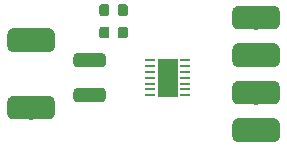
<source format=gtp>
G04 #@! TF.GenerationSoftware,KiCad,Pcbnew,(5.0.1-3-g963ef8bb5)*
G04 #@! TF.CreationDate,2018-11-10T18:30:21+10:30*
G04 #@! TF.ProjectId,rgb-led-board,7267622D6C65642D626F6172642E6B69,1.0*
G04 #@! TF.SameCoordinates,Original*
G04 #@! TF.FileFunction,Paste,Top*
G04 #@! TF.FilePolarity,Positive*
%FSLAX46Y46*%
G04 Gerber Fmt 4.6, Leading zero omitted, Abs format (unit mm)*
G04 Created by KiCad (PCBNEW (5.0.1-3-g963ef8bb5)) date Saturday, 10 November 2018 at 06:30:21 pm*
%MOMM*%
%LPD*%
G01*
G04 APERTURE LIST*
%ADD10C,0.100000*%
%ADD11C,1.160000*%
%ADD12C,0.850000*%
%ADD13R,0.810000X0.270000*%
%ADD14R,1.700000X3.300000*%
%ADD15C,2.000000*%
G04 APERTURE END LIST*
D10*
G04 #@! TO.C,C1*
G36*
X131146425Y-66301396D02*
X131174576Y-66305572D01*
X131202183Y-66312487D01*
X131228978Y-66322075D01*
X131254705Y-66334243D01*
X131279115Y-66348874D01*
X131301974Y-66365827D01*
X131323061Y-66384939D01*
X131342173Y-66406026D01*
X131359126Y-66428885D01*
X131373757Y-66453295D01*
X131385925Y-66479022D01*
X131395513Y-66505817D01*
X131402428Y-66533424D01*
X131406604Y-66561575D01*
X131408000Y-66590000D01*
X131408000Y-67170000D01*
X131406604Y-67198425D01*
X131402428Y-67226576D01*
X131395513Y-67254183D01*
X131385925Y-67280978D01*
X131373757Y-67306705D01*
X131359126Y-67331115D01*
X131342173Y-67353974D01*
X131323061Y-67375061D01*
X131301974Y-67394173D01*
X131279115Y-67411126D01*
X131254705Y-67425757D01*
X131228978Y-67437925D01*
X131202183Y-67447513D01*
X131174576Y-67454428D01*
X131146425Y-67458604D01*
X131118000Y-67460000D01*
X128978000Y-67460000D01*
X128949575Y-67458604D01*
X128921424Y-67454428D01*
X128893817Y-67447513D01*
X128867022Y-67437925D01*
X128841295Y-67425757D01*
X128816885Y-67411126D01*
X128794026Y-67394173D01*
X128772939Y-67375061D01*
X128753827Y-67353974D01*
X128736874Y-67331115D01*
X128722243Y-67306705D01*
X128710075Y-67280978D01*
X128700487Y-67254183D01*
X128693572Y-67226576D01*
X128689396Y-67198425D01*
X128688000Y-67170000D01*
X128688000Y-66590000D01*
X128689396Y-66561575D01*
X128693572Y-66533424D01*
X128700487Y-66505817D01*
X128710075Y-66479022D01*
X128722243Y-66453295D01*
X128736874Y-66428885D01*
X128753827Y-66406026D01*
X128772939Y-66384939D01*
X128794026Y-66365827D01*
X128816885Y-66348874D01*
X128841295Y-66334243D01*
X128867022Y-66322075D01*
X128893817Y-66312487D01*
X128921424Y-66305572D01*
X128949575Y-66301396D01*
X128978000Y-66300000D01*
X131118000Y-66300000D01*
X131146425Y-66301396D01*
X131146425Y-66301396D01*
G37*
D11*
X130048000Y-66880000D03*
D10*
G36*
X131146425Y-63351396D02*
X131174576Y-63355572D01*
X131202183Y-63362487D01*
X131228978Y-63372075D01*
X131254705Y-63384243D01*
X131279115Y-63398874D01*
X131301974Y-63415827D01*
X131323061Y-63434939D01*
X131342173Y-63456026D01*
X131359126Y-63478885D01*
X131373757Y-63503295D01*
X131385925Y-63529022D01*
X131395513Y-63555817D01*
X131402428Y-63583424D01*
X131406604Y-63611575D01*
X131408000Y-63640000D01*
X131408000Y-64220000D01*
X131406604Y-64248425D01*
X131402428Y-64276576D01*
X131395513Y-64304183D01*
X131385925Y-64330978D01*
X131373757Y-64356705D01*
X131359126Y-64381115D01*
X131342173Y-64403974D01*
X131323061Y-64425061D01*
X131301974Y-64444173D01*
X131279115Y-64461126D01*
X131254705Y-64475757D01*
X131228978Y-64487925D01*
X131202183Y-64497513D01*
X131174576Y-64504428D01*
X131146425Y-64508604D01*
X131118000Y-64510000D01*
X128978000Y-64510000D01*
X128949575Y-64508604D01*
X128921424Y-64504428D01*
X128893817Y-64497513D01*
X128867022Y-64487925D01*
X128841295Y-64475757D01*
X128816885Y-64461126D01*
X128794026Y-64444173D01*
X128772939Y-64425061D01*
X128753827Y-64403974D01*
X128736874Y-64381115D01*
X128722243Y-64356705D01*
X128710075Y-64330978D01*
X128700487Y-64304183D01*
X128693572Y-64276576D01*
X128689396Y-64248425D01*
X128688000Y-64220000D01*
X128688000Y-63640000D01*
X128689396Y-63611575D01*
X128693572Y-63583424D01*
X128700487Y-63555817D01*
X128710075Y-63529022D01*
X128722243Y-63503295D01*
X128736874Y-63478885D01*
X128753827Y-63456026D01*
X128772939Y-63434939D01*
X128794026Y-63415827D01*
X128816885Y-63398874D01*
X128841295Y-63384243D01*
X128867022Y-63372075D01*
X128893817Y-63362487D01*
X128921424Y-63355572D01*
X128949575Y-63351396D01*
X128978000Y-63350000D01*
X131118000Y-63350000D01*
X131146425Y-63351396D01*
X131146425Y-63351396D01*
G37*
D11*
X130048000Y-63930000D03*
G04 #@! TD*
D10*
G04 #@! TO.C,R1*
G36*
X131538329Y-59201023D02*
X131558957Y-59204083D01*
X131579185Y-59209150D01*
X131598820Y-59216176D01*
X131617672Y-59225092D01*
X131635559Y-59235813D01*
X131652309Y-59248235D01*
X131667760Y-59262240D01*
X131681765Y-59277691D01*
X131694187Y-59294441D01*
X131704908Y-59312328D01*
X131713824Y-59331180D01*
X131720850Y-59350815D01*
X131725917Y-59371043D01*
X131728977Y-59391671D01*
X131730000Y-59412500D01*
X131730000Y-59967500D01*
X131728977Y-59988329D01*
X131725917Y-60008957D01*
X131720850Y-60029185D01*
X131713824Y-60048820D01*
X131704908Y-60067672D01*
X131694187Y-60085559D01*
X131681765Y-60102309D01*
X131667760Y-60117760D01*
X131652309Y-60131765D01*
X131635559Y-60144187D01*
X131617672Y-60154908D01*
X131598820Y-60163824D01*
X131579185Y-60170850D01*
X131558957Y-60175917D01*
X131538329Y-60178977D01*
X131517500Y-60180000D01*
X131092500Y-60180000D01*
X131071671Y-60178977D01*
X131051043Y-60175917D01*
X131030815Y-60170850D01*
X131011180Y-60163824D01*
X130992328Y-60154908D01*
X130974441Y-60144187D01*
X130957691Y-60131765D01*
X130942240Y-60117760D01*
X130928235Y-60102309D01*
X130915813Y-60085559D01*
X130905092Y-60067672D01*
X130896176Y-60048820D01*
X130889150Y-60029185D01*
X130884083Y-60008957D01*
X130881023Y-59988329D01*
X130880000Y-59967500D01*
X130880000Y-59412500D01*
X130881023Y-59391671D01*
X130884083Y-59371043D01*
X130889150Y-59350815D01*
X130896176Y-59331180D01*
X130905092Y-59312328D01*
X130915813Y-59294441D01*
X130928235Y-59277691D01*
X130942240Y-59262240D01*
X130957691Y-59248235D01*
X130974441Y-59235813D01*
X130992328Y-59225092D01*
X131011180Y-59216176D01*
X131030815Y-59209150D01*
X131051043Y-59204083D01*
X131071671Y-59201023D01*
X131092500Y-59200000D01*
X131517500Y-59200000D01*
X131538329Y-59201023D01*
X131538329Y-59201023D01*
G37*
D12*
X131305000Y-59690000D03*
D10*
G36*
X133088329Y-59201023D02*
X133108957Y-59204083D01*
X133129185Y-59209150D01*
X133148820Y-59216176D01*
X133167672Y-59225092D01*
X133185559Y-59235813D01*
X133202309Y-59248235D01*
X133217760Y-59262240D01*
X133231765Y-59277691D01*
X133244187Y-59294441D01*
X133254908Y-59312328D01*
X133263824Y-59331180D01*
X133270850Y-59350815D01*
X133275917Y-59371043D01*
X133278977Y-59391671D01*
X133280000Y-59412500D01*
X133280000Y-59967500D01*
X133278977Y-59988329D01*
X133275917Y-60008957D01*
X133270850Y-60029185D01*
X133263824Y-60048820D01*
X133254908Y-60067672D01*
X133244187Y-60085559D01*
X133231765Y-60102309D01*
X133217760Y-60117760D01*
X133202309Y-60131765D01*
X133185559Y-60144187D01*
X133167672Y-60154908D01*
X133148820Y-60163824D01*
X133129185Y-60170850D01*
X133108957Y-60175917D01*
X133088329Y-60178977D01*
X133067500Y-60180000D01*
X132642500Y-60180000D01*
X132621671Y-60178977D01*
X132601043Y-60175917D01*
X132580815Y-60170850D01*
X132561180Y-60163824D01*
X132542328Y-60154908D01*
X132524441Y-60144187D01*
X132507691Y-60131765D01*
X132492240Y-60117760D01*
X132478235Y-60102309D01*
X132465813Y-60085559D01*
X132455092Y-60067672D01*
X132446176Y-60048820D01*
X132439150Y-60029185D01*
X132434083Y-60008957D01*
X132431023Y-59988329D01*
X132430000Y-59967500D01*
X132430000Y-59412500D01*
X132431023Y-59391671D01*
X132434083Y-59371043D01*
X132439150Y-59350815D01*
X132446176Y-59331180D01*
X132455092Y-59312328D01*
X132465813Y-59294441D01*
X132478235Y-59277691D01*
X132492240Y-59262240D01*
X132507691Y-59248235D01*
X132524441Y-59235813D01*
X132542328Y-59225092D01*
X132561180Y-59216176D01*
X132580815Y-59209150D01*
X132601043Y-59204083D01*
X132621671Y-59201023D01*
X132642500Y-59200000D01*
X133067500Y-59200000D01*
X133088329Y-59201023D01*
X133088329Y-59201023D01*
G37*
D12*
X132855000Y-59690000D03*
G04 #@! TD*
D10*
G04 #@! TO.C,R2*
G36*
X133088329Y-61106023D02*
X133108957Y-61109083D01*
X133129185Y-61114150D01*
X133148820Y-61121176D01*
X133167672Y-61130092D01*
X133185559Y-61140813D01*
X133202309Y-61153235D01*
X133217760Y-61167240D01*
X133231765Y-61182691D01*
X133244187Y-61199441D01*
X133254908Y-61217328D01*
X133263824Y-61236180D01*
X133270850Y-61255815D01*
X133275917Y-61276043D01*
X133278977Y-61296671D01*
X133280000Y-61317500D01*
X133280000Y-61872500D01*
X133278977Y-61893329D01*
X133275917Y-61913957D01*
X133270850Y-61934185D01*
X133263824Y-61953820D01*
X133254908Y-61972672D01*
X133244187Y-61990559D01*
X133231765Y-62007309D01*
X133217760Y-62022760D01*
X133202309Y-62036765D01*
X133185559Y-62049187D01*
X133167672Y-62059908D01*
X133148820Y-62068824D01*
X133129185Y-62075850D01*
X133108957Y-62080917D01*
X133088329Y-62083977D01*
X133067500Y-62085000D01*
X132642500Y-62085000D01*
X132621671Y-62083977D01*
X132601043Y-62080917D01*
X132580815Y-62075850D01*
X132561180Y-62068824D01*
X132542328Y-62059908D01*
X132524441Y-62049187D01*
X132507691Y-62036765D01*
X132492240Y-62022760D01*
X132478235Y-62007309D01*
X132465813Y-61990559D01*
X132455092Y-61972672D01*
X132446176Y-61953820D01*
X132439150Y-61934185D01*
X132434083Y-61913957D01*
X132431023Y-61893329D01*
X132430000Y-61872500D01*
X132430000Y-61317500D01*
X132431023Y-61296671D01*
X132434083Y-61276043D01*
X132439150Y-61255815D01*
X132446176Y-61236180D01*
X132455092Y-61217328D01*
X132465813Y-61199441D01*
X132478235Y-61182691D01*
X132492240Y-61167240D01*
X132507691Y-61153235D01*
X132524441Y-61140813D01*
X132542328Y-61130092D01*
X132561180Y-61121176D01*
X132580815Y-61114150D01*
X132601043Y-61109083D01*
X132621671Y-61106023D01*
X132642500Y-61105000D01*
X133067500Y-61105000D01*
X133088329Y-61106023D01*
X133088329Y-61106023D01*
G37*
D12*
X132855000Y-61595000D03*
D10*
G36*
X131538329Y-61106023D02*
X131558957Y-61109083D01*
X131579185Y-61114150D01*
X131598820Y-61121176D01*
X131617672Y-61130092D01*
X131635559Y-61140813D01*
X131652309Y-61153235D01*
X131667760Y-61167240D01*
X131681765Y-61182691D01*
X131694187Y-61199441D01*
X131704908Y-61217328D01*
X131713824Y-61236180D01*
X131720850Y-61255815D01*
X131725917Y-61276043D01*
X131728977Y-61296671D01*
X131730000Y-61317500D01*
X131730000Y-61872500D01*
X131728977Y-61893329D01*
X131725917Y-61913957D01*
X131720850Y-61934185D01*
X131713824Y-61953820D01*
X131704908Y-61972672D01*
X131694187Y-61990559D01*
X131681765Y-62007309D01*
X131667760Y-62022760D01*
X131652309Y-62036765D01*
X131635559Y-62049187D01*
X131617672Y-62059908D01*
X131598820Y-62068824D01*
X131579185Y-62075850D01*
X131558957Y-62080917D01*
X131538329Y-62083977D01*
X131517500Y-62085000D01*
X131092500Y-62085000D01*
X131071671Y-62083977D01*
X131051043Y-62080917D01*
X131030815Y-62075850D01*
X131011180Y-62068824D01*
X130992328Y-62059908D01*
X130974441Y-62049187D01*
X130957691Y-62036765D01*
X130942240Y-62022760D01*
X130928235Y-62007309D01*
X130915813Y-61990559D01*
X130905092Y-61972672D01*
X130896176Y-61953820D01*
X130889150Y-61934185D01*
X130884083Y-61913957D01*
X130881023Y-61893329D01*
X130880000Y-61872500D01*
X130880000Y-61317500D01*
X130881023Y-61296671D01*
X130884083Y-61276043D01*
X130889150Y-61255815D01*
X130896176Y-61236180D01*
X130905092Y-61217328D01*
X130915813Y-61199441D01*
X130928235Y-61182691D01*
X130942240Y-61167240D01*
X130957691Y-61153235D01*
X130974441Y-61140813D01*
X130992328Y-61130092D01*
X131011180Y-61121176D01*
X131030815Y-61114150D01*
X131051043Y-61109083D01*
X131071671Y-61106023D01*
X131092500Y-61105000D01*
X131517500Y-61105000D01*
X131538329Y-61106023D01*
X131538329Y-61106023D01*
G37*
D12*
X131305000Y-61595000D03*
G04 #@! TD*
D13*
G04 #@! TO.C,U1*
X138097000Y-66905000D03*
X138097000Y-66405000D03*
X138097000Y-65905000D03*
X138097000Y-65405000D03*
X138097000Y-64905000D03*
X138097000Y-64405000D03*
X138097000Y-63905000D03*
X135207000Y-63905000D03*
X135207000Y-64405000D03*
X135207000Y-64905000D03*
X135207000Y-65405000D03*
X135207000Y-65905000D03*
X135207000Y-66405000D03*
X135207000Y-66905000D03*
D14*
X136652000Y-65405000D03*
G04 #@! TD*
D10*
G04 #@! TO.C,P1*
G36*
X126644009Y-66947408D02*
X126692545Y-66954607D01*
X126740142Y-66966530D01*
X126786342Y-66983060D01*
X126830698Y-67004039D01*
X126872785Y-67029265D01*
X126912197Y-67058495D01*
X126948553Y-67091447D01*
X126981505Y-67127803D01*
X127010735Y-67167215D01*
X127035961Y-67209302D01*
X127056940Y-67253658D01*
X127073470Y-67299858D01*
X127085393Y-67347455D01*
X127092592Y-67395991D01*
X127095000Y-67445000D01*
X127095000Y-68445000D01*
X127092592Y-68494009D01*
X127085393Y-68542545D01*
X127073470Y-68590142D01*
X127056940Y-68636342D01*
X127035961Y-68680698D01*
X127010735Y-68722785D01*
X126981505Y-68762197D01*
X126948553Y-68798553D01*
X126912197Y-68831505D01*
X126872785Y-68860735D01*
X126830698Y-68885961D01*
X126786342Y-68906940D01*
X126740142Y-68923470D01*
X126692545Y-68935393D01*
X126644009Y-68942592D01*
X126595000Y-68945000D01*
X123595000Y-68945000D01*
X123545991Y-68942592D01*
X123497455Y-68935393D01*
X123449858Y-68923470D01*
X123403658Y-68906940D01*
X123359302Y-68885961D01*
X123317215Y-68860735D01*
X123277803Y-68831505D01*
X123241447Y-68798553D01*
X123208495Y-68762197D01*
X123179265Y-68722785D01*
X123154039Y-68680698D01*
X123133060Y-68636342D01*
X123116530Y-68590142D01*
X123104607Y-68542545D01*
X123097408Y-68494009D01*
X123095000Y-68445000D01*
X123095000Y-67445000D01*
X123097408Y-67395991D01*
X123104607Y-67347455D01*
X123116530Y-67299858D01*
X123133060Y-67253658D01*
X123154039Y-67209302D01*
X123179265Y-67167215D01*
X123208495Y-67127803D01*
X123241447Y-67091447D01*
X123277803Y-67058495D01*
X123317215Y-67029265D01*
X123359302Y-67004039D01*
X123403658Y-66983060D01*
X123449858Y-66966530D01*
X123497455Y-66954607D01*
X123545991Y-66947408D01*
X123595000Y-66945000D01*
X126595000Y-66945000D01*
X126644009Y-66947408D01*
X126644009Y-66947408D01*
G37*
D15*
X125095000Y-67945000D03*
G04 #@! TD*
D10*
G04 #@! TO.C,P2*
G36*
X126644009Y-61232408D02*
X126692545Y-61239607D01*
X126740142Y-61251530D01*
X126786342Y-61268060D01*
X126830698Y-61289039D01*
X126872785Y-61314265D01*
X126912197Y-61343495D01*
X126948553Y-61376447D01*
X126981505Y-61412803D01*
X127010735Y-61452215D01*
X127035961Y-61494302D01*
X127056940Y-61538658D01*
X127073470Y-61584858D01*
X127085393Y-61632455D01*
X127092592Y-61680991D01*
X127095000Y-61730000D01*
X127095000Y-62730000D01*
X127092592Y-62779009D01*
X127085393Y-62827545D01*
X127073470Y-62875142D01*
X127056940Y-62921342D01*
X127035961Y-62965698D01*
X127010735Y-63007785D01*
X126981505Y-63047197D01*
X126948553Y-63083553D01*
X126912197Y-63116505D01*
X126872785Y-63145735D01*
X126830698Y-63170961D01*
X126786342Y-63191940D01*
X126740142Y-63208470D01*
X126692545Y-63220393D01*
X126644009Y-63227592D01*
X126595000Y-63230000D01*
X123595000Y-63230000D01*
X123545991Y-63227592D01*
X123497455Y-63220393D01*
X123449858Y-63208470D01*
X123403658Y-63191940D01*
X123359302Y-63170961D01*
X123317215Y-63145735D01*
X123277803Y-63116505D01*
X123241447Y-63083553D01*
X123208495Y-63047197D01*
X123179265Y-63007785D01*
X123154039Y-62965698D01*
X123133060Y-62921342D01*
X123116530Y-62875142D01*
X123104607Y-62827545D01*
X123097408Y-62779009D01*
X123095000Y-62730000D01*
X123095000Y-61730000D01*
X123097408Y-61680991D01*
X123104607Y-61632455D01*
X123116530Y-61584858D01*
X123133060Y-61538658D01*
X123154039Y-61494302D01*
X123179265Y-61452215D01*
X123208495Y-61412803D01*
X123241447Y-61376447D01*
X123277803Y-61343495D01*
X123317215Y-61314265D01*
X123359302Y-61289039D01*
X123403658Y-61268060D01*
X123449858Y-61251530D01*
X123497455Y-61239607D01*
X123545991Y-61232408D01*
X123595000Y-61230000D01*
X126595000Y-61230000D01*
X126644009Y-61232408D01*
X126644009Y-61232408D01*
G37*
D15*
X125095000Y-62230000D03*
G04 #@! TD*
D10*
G04 #@! TO.C,P4*
G36*
X145694009Y-59327408D02*
X145742545Y-59334607D01*
X145790142Y-59346530D01*
X145836342Y-59363060D01*
X145880698Y-59384039D01*
X145922785Y-59409265D01*
X145962197Y-59438495D01*
X145998553Y-59471447D01*
X146031505Y-59507803D01*
X146060735Y-59547215D01*
X146085961Y-59589302D01*
X146106940Y-59633658D01*
X146123470Y-59679858D01*
X146135393Y-59727455D01*
X146142592Y-59775991D01*
X146145000Y-59825000D01*
X146145000Y-60825000D01*
X146142592Y-60874009D01*
X146135393Y-60922545D01*
X146123470Y-60970142D01*
X146106940Y-61016342D01*
X146085961Y-61060698D01*
X146060735Y-61102785D01*
X146031505Y-61142197D01*
X145998553Y-61178553D01*
X145962197Y-61211505D01*
X145922785Y-61240735D01*
X145880698Y-61265961D01*
X145836342Y-61286940D01*
X145790142Y-61303470D01*
X145742545Y-61315393D01*
X145694009Y-61322592D01*
X145645000Y-61325000D01*
X142645000Y-61325000D01*
X142595991Y-61322592D01*
X142547455Y-61315393D01*
X142499858Y-61303470D01*
X142453658Y-61286940D01*
X142409302Y-61265961D01*
X142367215Y-61240735D01*
X142327803Y-61211505D01*
X142291447Y-61178553D01*
X142258495Y-61142197D01*
X142229265Y-61102785D01*
X142204039Y-61060698D01*
X142183060Y-61016342D01*
X142166530Y-60970142D01*
X142154607Y-60922545D01*
X142147408Y-60874009D01*
X142145000Y-60825000D01*
X142145000Y-59825000D01*
X142147408Y-59775991D01*
X142154607Y-59727455D01*
X142166530Y-59679858D01*
X142183060Y-59633658D01*
X142204039Y-59589302D01*
X142229265Y-59547215D01*
X142258495Y-59507803D01*
X142291447Y-59471447D01*
X142327803Y-59438495D01*
X142367215Y-59409265D01*
X142409302Y-59384039D01*
X142453658Y-59363060D01*
X142499858Y-59346530D01*
X142547455Y-59334607D01*
X142595991Y-59327408D01*
X142645000Y-59325000D01*
X145645000Y-59325000D01*
X145694009Y-59327408D01*
X145694009Y-59327408D01*
G37*
D15*
X144145000Y-60325000D03*
G04 #@! TD*
D10*
G04 #@! TO.C,P5*
G36*
X145694009Y-68852408D02*
X145742545Y-68859607D01*
X145790142Y-68871530D01*
X145836342Y-68888060D01*
X145880698Y-68909039D01*
X145922785Y-68934265D01*
X145962197Y-68963495D01*
X145998553Y-68996447D01*
X146031505Y-69032803D01*
X146060735Y-69072215D01*
X146085961Y-69114302D01*
X146106940Y-69158658D01*
X146123470Y-69204858D01*
X146135393Y-69252455D01*
X146142592Y-69300991D01*
X146145000Y-69350000D01*
X146145000Y-70350000D01*
X146142592Y-70399009D01*
X146135393Y-70447545D01*
X146123470Y-70495142D01*
X146106940Y-70541342D01*
X146085961Y-70585698D01*
X146060735Y-70627785D01*
X146031505Y-70667197D01*
X145998553Y-70703553D01*
X145962197Y-70736505D01*
X145922785Y-70765735D01*
X145880698Y-70790961D01*
X145836342Y-70811940D01*
X145790142Y-70828470D01*
X145742545Y-70840393D01*
X145694009Y-70847592D01*
X145645000Y-70850000D01*
X142645000Y-70850000D01*
X142595991Y-70847592D01*
X142547455Y-70840393D01*
X142499858Y-70828470D01*
X142453658Y-70811940D01*
X142409302Y-70790961D01*
X142367215Y-70765735D01*
X142327803Y-70736505D01*
X142291447Y-70703553D01*
X142258495Y-70667197D01*
X142229265Y-70627785D01*
X142204039Y-70585698D01*
X142183060Y-70541342D01*
X142166530Y-70495142D01*
X142154607Y-70447545D01*
X142147408Y-70399009D01*
X142145000Y-70350000D01*
X142145000Y-69350000D01*
X142147408Y-69300991D01*
X142154607Y-69252455D01*
X142166530Y-69204858D01*
X142183060Y-69158658D01*
X142204039Y-69114302D01*
X142229265Y-69072215D01*
X142258495Y-69032803D01*
X142291447Y-68996447D01*
X142327803Y-68963495D01*
X142367215Y-68934265D01*
X142409302Y-68909039D01*
X142453658Y-68888060D01*
X142499858Y-68871530D01*
X142547455Y-68859607D01*
X142595991Y-68852408D01*
X142645000Y-68850000D01*
X145645000Y-68850000D01*
X145694009Y-68852408D01*
X145694009Y-68852408D01*
G37*
D15*
X144145000Y-69850000D03*
G04 #@! TD*
D10*
G04 #@! TO.C,P6*
G36*
X145694009Y-65677408D02*
X145742545Y-65684607D01*
X145790142Y-65696530D01*
X145836342Y-65713060D01*
X145880698Y-65734039D01*
X145922785Y-65759265D01*
X145962197Y-65788495D01*
X145998553Y-65821447D01*
X146031505Y-65857803D01*
X146060735Y-65897215D01*
X146085961Y-65939302D01*
X146106940Y-65983658D01*
X146123470Y-66029858D01*
X146135393Y-66077455D01*
X146142592Y-66125991D01*
X146145000Y-66175000D01*
X146145000Y-67175000D01*
X146142592Y-67224009D01*
X146135393Y-67272545D01*
X146123470Y-67320142D01*
X146106940Y-67366342D01*
X146085961Y-67410698D01*
X146060735Y-67452785D01*
X146031505Y-67492197D01*
X145998553Y-67528553D01*
X145962197Y-67561505D01*
X145922785Y-67590735D01*
X145880698Y-67615961D01*
X145836342Y-67636940D01*
X145790142Y-67653470D01*
X145742545Y-67665393D01*
X145694009Y-67672592D01*
X145645000Y-67675000D01*
X142645000Y-67675000D01*
X142595991Y-67672592D01*
X142547455Y-67665393D01*
X142499858Y-67653470D01*
X142453658Y-67636940D01*
X142409302Y-67615961D01*
X142367215Y-67590735D01*
X142327803Y-67561505D01*
X142291447Y-67528553D01*
X142258495Y-67492197D01*
X142229265Y-67452785D01*
X142204039Y-67410698D01*
X142183060Y-67366342D01*
X142166530Y-67320142D01*
X142154607Y-67272545D01*
X142147408Y-67224009D01*
X142145000Y-67175000D01*
X142145000Y-66175000D01*
X142147408Y-66125991D01*
X142154607Y-66077455D01*
X142166530Y-66029858D01*
X142183060Y-65983658D01*
X142204039Y-65939302D01*
X142229265Y-65897215D01*
X142258495Y-65857803D01*
X142291447Y-65821447D01*
X142327803Y-65788495D01*
X142367215Y-65759265D01*
X142409302Y-65734039D01*
X142453658Y-65713060D01*
X142499858Y-65696530D01*
X142547455Y-65684607D01*
X142595991Y-65677408D01*
X142645000Y-65675000D01*
X145645000Y-65675000D01*
X145694009Y-65677408D01*
X145694009Y-65677408D01*
G37*
D15*
X144145000Y-66675000D03*
G04 #@! TD*
D10*
G04 #@! TO.C,P7*
G36*
X145694009Y-62502408D02*
X145742545Y-62509607D01*
X145790142Y-62521530D01*
X145836342Y-62538060D01*
X145880698Y-62559039D01*
X145922785Y-62584265D01*
X145962197Y-62613495D01*
X145998553Y-62646447D01*
X146031505Y-62682803D01*
X146060735Y-62722215D01*
X146085961Y-62764302D01*
X146106940Y-62808658D01*
X146123470Y-62854858D01*
X146135393Y-62902455D01*
X146142592Y-62950991D01*
X146145000Y-63000000D01*
X146145000Y-64000000D01*
X146142592Y-64049009D01*
X146135393Y-64097545D01*
X146123470Y-64145142D01*
X146106940Y-64191342D01*
X146085961Y-64235698D01*
X146060735Y-64277785D01*
X146031505Y-64317197D01*
X145998553Y-64353553D01*
X145962197Y-64386505D01*
X145922785Y-64415735D01*
X145880698Y-64440961D01*
X145836342Y-64461940D01*
X145790142Y-64478470D01*
X145742545Y-64490393D01*
X145694009Y-64497592D01*
X145645000Y-64500000D01*
X142645000Y-64500000D01*
X142595991Y-64497592D01*
X142547455Y-64490393D01*
X142499858Y-64478470D01*
X142453658Y-64461940D01*
X142409302Y-64440961D01*
X142367215Y-64415735D01*
X142327803Y-64386505D01*
X142291447Y-64353553D01*
X142258495Y-64317197D01*
X142229265Y-64277785D01*
X142204039Y-64235698D01*
X142183060Y-64191342D01*
X142166530Y-64145142D01*
X142154607Y-64097545D01*
X142147408Y-64049009D01*
X142145000Y-64000000D01*
X142145000Y-63000000D01*
X142147408Y-62950991D01*
X142154607Y-62902455D01*
X142166530Y-62854858D01*
X142183060Y-62808658D01*
X142204039Y-62764302D01*
X142229265Y-62722215D01*
X142258495Y-62682803D01*
X142291447Y-62646447D01*
X142327803Y-62613495D01*
X142367215Y-62584265D01*
X142409302Y-62559039D01*
X142453658Y-62538060D01*
X142499858Y-62521530D01*
X142547455Y-62509607D01*
X142595991Y-62502408D01*
X142645000Y-62500000D01*
X145645000Y-62500000D01*
X145694009Y-62502408D01*
X145694009Y-62502408D01*
G37*
D15*
X144145000Y-63500000D03*
G04 #@! TD*
M02*

</source>
